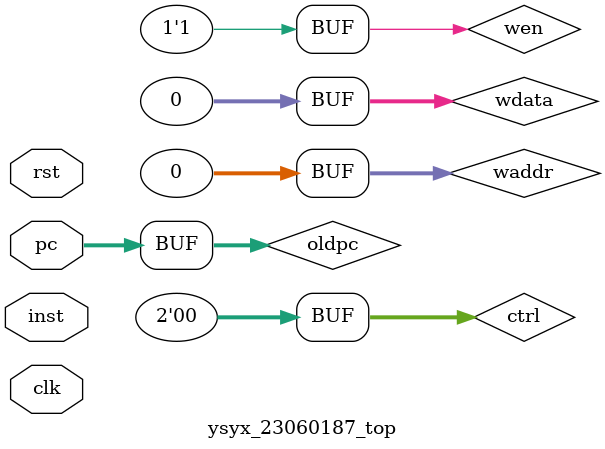
<source format=v>
module ysyx_23060187_top(
    input clk,
    input [31:0]inst,
    input [31:0]pc,
    input rst
);

    wire [6:0]opcode;
    wire [4:0]rs1;
    wire [4:0]rs2;
    wire [4:0]rd;
    wire [31:0]imm;
    wire [31:0]opnumber1;
    wire [31:0]opnumber2;
    wire [31:0]opres;
    wire opzero;
    wire opoverflow;
    wire [31:0]wdata;
    wire [31:0]waddr;
    wire wen;
    wire [1:0]ctrl;
    wire [31:0]oldpc;

    assign wen = 1;
    assign wdata = 0;
    assign waddr = 0;
    assign ctrl = 2'b00;
    assign oldpc = pc;

    ysyx_23060187_instDecode decode(.inst(inst[31:0]), .rs1(rs1[4:0]), .rs2(rs2[4:0]), .rd(rd[4:0]), .imm(imm[31:0]));
    ysyx_23060187_registerFile register1(.clk(clk), .wdata(wdata[31:0]), .waddr(waddr[31:0]), .raddr(rs1[4:0]), .rdata(opnumber1[31:0]));
    ysyx_23060187_registerFile register2(.clk(clk), .wdata(wdata[31:0]), .waddr(waddr[31:0]), .raddr(rs2[4:0]), .rdata(opnumber2[31:0]));
    ysyx_23060187_ALU alu(.opnum1(opnumber1[31:0]), .opnum2(opnumber2[31:0]), .ctrl(ctrl[1:0]), .result(opres[31:0]), .alu_zero(opzero), .alu_overflow(opoverflow));
    ysyx_23060187_registerFile register3(.clk(clk), .wdata(opres[31:0]), .waddr(rd[4:0]), .raddr(rs1[4:0]), .rdata(opnumber1[31:0]));
    ysyx_23060187_pcRegister ocregister1(.clk(clk), .rst(rst), .pc_in(oldpc[31:0]), .pc_out(pc[31:0]));
    
endmodule 
</source>
